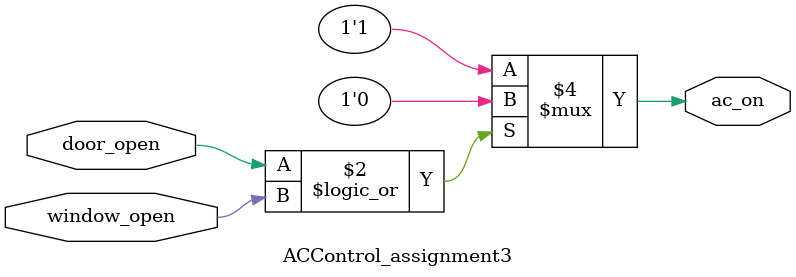
<source format=v>
`timescale 1ns / 1ps


module ACControl_assignment3(
    input wire door_open,      // High if any door is open
    input wire window_open,    // High if any window is open
    output reg ac_on           // High to turn on the air conditioner
);

    always @(*) begin
        if (door_open || window_open)
            ac_on = 0;         // Turn off the AC if any door or window is open
        else
            ac_on = 1;         // Turn on the AC otherwise
    end

endmodule


</source>
